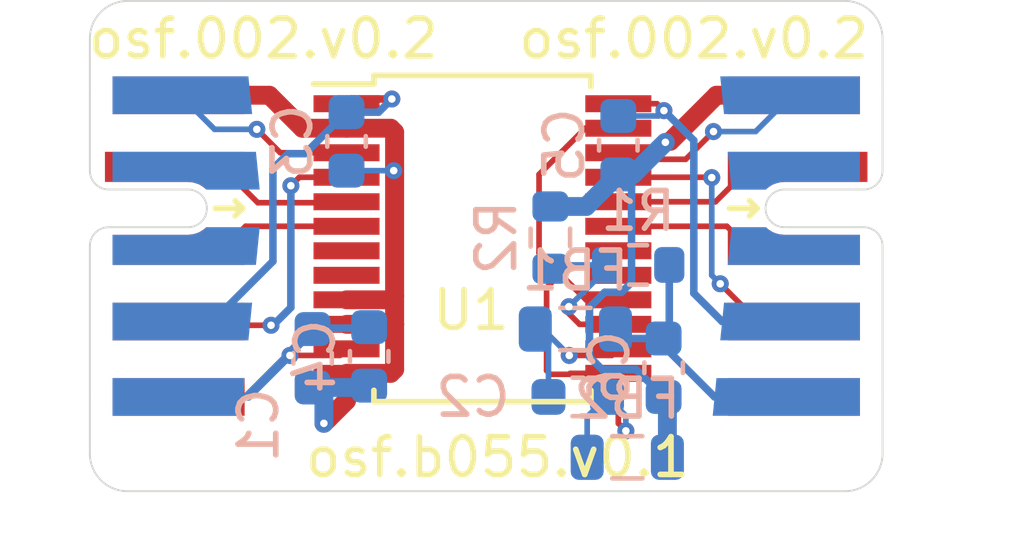
<source format=kicad_pcb>
(kicad_pcb (version 20171130) (host pcbnew "(5.1.10)-1")

  (general
    (thickness 1.6)
    (drawings 13)
    (tracks 171)
    (zones 0)
    (modules 13)
    (nets 18)
  )

  (page A4)
  (layers
    (0 F.Cu signal)
    (31 B.Cu signal)
    (32 B.Adhes user)
    (33 F.Adhes user)
    (34 B.Paste user)
    (35 F.Paste user)
    (36 B.SilkS user)
    (37 F.SilkS user)
    (38 B.Mask user)
    (39 F.Mask user)
    (40 Dwgs.User user)
    (41 Cmts.User user)
    (42 Eco1.User user)
    (43 Eco2.User user)
    (44 Edge.Cuts user)
    (45 Margin user)
    (46 B.CrtYd user)
    (47 F.CrtYd user)
    (48 B.Fab user)
    (49 F.Fab user)
  )

  (setup
    (last_trace_width 0.2)
    (user_trace_width 0.2)
    (user_trace_width 0.5)
    (trace_clearance 0.15)
    (zone_clearance 0.4)
    (zone_45_only no)
    (trace_min 0.15)
    (via_size 0.45)
    (via_drill 0.2)
    (via_min_size 0.45)
    (via_min_drill 0.2)
    (uvia_size 0.3)
    (uvia_drill 0.1)
    (uvias_allowed no)
    (uvia_min_size 0.2)
    (uvia_min_drill 0.1)
    (edge_width 0.05)
    (segment_width 0.2)
    (pcb_text_width 0.3)
    (pcb_text_size 1.5 1.5)
    (mod_edge_width 0.12)
    (mod_text_size 1 1)
    (mod_text_width 0.15)
    (pad_size 1.524 1.524)
    (pad_drill 0.762)
    (pad_to_mask_clearance 0.04)
    (solder_mask_min_width 0.1)
    (aux_axis_origin 0 0)
    (visible_elements 7FFFFFFF)
    (pcbplotparams
      (layerselection 0x010fc_ffffffff)
      (usegerberextensions false)
      (usegerberattributes false)
      (usegerberadvancedattributes false)
      (creategerberjobfile false)
      (excludeedgelayer true)
      (linewidth 0.100000)
      (plotframeref false)
      (viasonmask false)
      (mode 1)
      (useauxorigin false)
      (hpglpennumber 1)
      (hpglpenspeed 20)
      (hpglpendiameter 15.000000)
      (psnegative false)
      (psa4output false)
      (plotreference true)
      (plotvalue true)
      (plotinvisibletext false)
      (padsonsilk false)
      (subtractmaskfromsilk false)
      (outputformat 1)
      (mirror false)
      (drillshape 0)
      (scaleselection 1)
      (outputdirectory "gerber"))
  )

  (net 0 "")
  (net 1 /isolator/GND1)
  (net 2 /isolator/VDD1)
  (net 3 /isolator/GND2)
  (net 4 /isolator/VDD2)
  (net 5 /isolator/ISDI)
  (net 6 /isolator/OSDO)
  (net 7 /isolator/ICS)
  (net 8 /isolator/ISCLK)
  (net 9 /isolator/OSDI)
  (net 10 /isolator/ISDO)
  (net 11 /isolator/OSCLK)
  (net 12 /isolator/OCS)
  (net 13 /isolator/VDDP)
  (net 14 "Net-(C2-Pad2)")
  (net 15 "Net-(C2-Pad1)")
  (net 16 /isolator/VISO)
  (net 17 "Net-(R1-Pad2)")

  (net_class Default "This is the default net class."
    (clearance 0.15)
    (trace_width 0.15)
    (via_dia 0.45)
    (via_drill 0.2)
    (uvia_dia 0.3)
    (uvia_drill 0.1)
    (add_net /isolator/GND1)
    (add_net /isolator/GND2)
    (add_net /isolator/ICS)
    (add_net /isolator/ISCLK)
    (add_net /isolator/ISDI)
    (add_net /isolator/ISDO)
    (add_net /isolator/OCS)
    (add_net /isolator/OSCLK)
    (add_net /isolator/OSDI)
    (add_net /isolator/OSDO)
    (add_net /isolator/VDD1)
    (add_net /isolator/VDD2)
    (add_net /isolator/VDDP)
    (add_net /isolator/VISO)
    (add_net "Net-(C2-Pad1)")
    (add_net "Net-(C2-Pad2)")
    (add_net "Net-(R1-Pad2)")
  )

  (module Resistor_SMD:R_0603_1608Metric (layer B.Cu) (tedit 5F68FEEE) (tstamp 6116744A)
    (at 89.2 80.275 270)
    (descr "Resistor SMD 0603 (1608 Metric), square (rectangular) end terminal, IPC_7351 nominal, (Body size source: IPC-SM-782 page 72, https://www.pcb-3d.com/wordpress/wp-content/uploads/ipc-sm-782a_amendment_1_and_2.pdf), generated with kicad-footprint-generator")
    (tags resistor)
    (path /6083C3A8/611770DF)
    (attr smd)
    (fp_text reference R2 (at 0 1.43 90) (layer B.SilkS)
      (effects (font (size 1 1) (thickness 0.15)) (justify mirror))
    )
    (fp_text value 10k (at 0 -1.43 90) (layer B.Fab)
      (effects (font (size 1 1) (thickness 0.15)) (justify mirror))
    )
    (fp_line (start 1.48 -0.73) (end -1.48 -0.73) (layer B.CrtYd) (width 0.05))
    (fp_line (start 1.48 0.73) (end 1.48 -0.73) (layer B.CrtYd) (width 0.05))
    (fp_line (start -1.48 0.73) (end 1.48 0.73) (layer B.CrtYd) (width 0.05))
    (fp_line (start -1.48 -0.73) (end -1.48 0.73) (layer B.CrtYd) (width 0.05))
    (fp_line (start -0.237258 -0.5225) (end 0.237258 -0.5225) (layer B.SilkS) (width 0.12))
    (fp_line (start -0.237258 0.5225) (end 0.237258 0.5225) (layer B.SilkS) (width 0.12))
    (fp_line (start 0.8 -0.4125) (end -0.8 -0.4125) (layer B.Fab) (width 0.1))
    (fp_line (start 0.8 0.4125) (end 0.8 -0.4125) (layer B.Fab) (width 0.1))
    (fp_line (start -0.8 0.4125) (end 0.8 0.4125) (layer B.Fab) (width 0.1))
    (fp_line (start -0.8 -0.4125) (end -0.8 0.4125) (layer B.Fab) (width 0.1))
    (fp_text user %R (at 0 0 90) (layer B.Fab)
      (effects (font (size 0.4 0.4) (thickness 0.06)) (justify mirror))
    )
    (pad 2 smd roundrect (at 0.825 0 270) (size 0.8 0.95) (layers B.Cu B.Paste B.Mask) (roundrect_rratio 0.25)
      (net 17 "Net-(R1-Pad2)"))
    (pad 1 smd roundrect (at -0.825 0 270) (size 0.8 0.95) (layers B.Cu B.Paste B.Mask) (roundrect_rratio 0.25)
      (net 3 /isolator/GND2))
    (model ${KISYS3DMOD}/Resistor_SMD.3dshapes/R_0603_1608Metric.wrl
      (at (xyz 0 0 0))
      (scale (xyz 1 1 1))
      (rotate (xyz 0 0 0))
    )
  )

  (module Resistor_SMD:R_0603_1608Metric (layer B.Cu) (tedit 5F68FEEE) (tstamp 61167439)
    (at 91.525 81 180)
    (descr "Resistor SMD 0603 (1608 Metric), square (rectangular) end terminal, IPC_7351 nominal, (Body size source: IPC-SM-782 page 72, https://www.pcb-3d.com/wordpress/wp-content/uploads/ipc-sm-782a_amendment_1_and_2.pdf), generated with kicad-footprint-generator")
    (tags resistor)
    (path /6083C3A8/61177571)
    (attr smd)
    (fp_text reference R1 (at 0 1.43) (layer B.SilkS)
      (effects (font (size 1 1) (thickness 0.15)) (justify mirror))
    )
    (fp_text value 16.9k (at 0 -1.43) (layer B.Fab)
      (effects (font (size 1 1) (thickness 0.15)) (justify mirror))
    )
    (fp_line (start 1.48 -0.73) (end -1.48 -0.73) (layer B.CrtYd) (width 0.05))
    (fp_line (start 1.48 0.73) (end 1.48 -0.73) (layer B.CrtYd) (width 0.05))
    (fp_line (start -1.48 0.73) (end 1.48 0.73) (layer B.CrtYd) (width 0.05))
    (fp_line (start -1.48 -0.73) (end -1.48 0.73) (layer B.CrtYd) (width 0.05))
    (fp_line (start -0.237258 -0.5225) (end 0.237258 -0.5225) (layer B.SilkS) (width 0.12))
    (fp_line (start -0.237258 0.5225) (end 0.237258 0.5225) (layer B.SilkS) (width 0.12))
    (fp_line (start 0.8 -0.4125) (end -0.8 -0.4125) (layer B.Fab) (width 0.1))
    (fp_line (start 0.8 0.4125) (end 0.8 -0.4125) (layer B.Fab) (width 0.1))
    (fp_line (start -0.8 0.4125) (end 0.8 0.4125) (layer B.Fab) (width 0.1))
    (fp_line (start -0.8 -0.4125) (end -0.8 0.4125) (layer B.Fab) (width 0.1))
    (fp_text user %R (at 0 0) (layer B.Fab)
      (effects (font (size 0.4 0.4) (thickness 0.06)) (justify mirror))
    )
    (pad 2 smd roundrect (at 0.825 0 180) (size 0.8 0.95) (layers B.Cu B.Paste B.Mask) (roundrect_rratio 0.25)
      (net 17 "Net-(R1-Pad2)"))
    (pad 1 smd roundrect (at -0.825 0 180) (size 0.8 0.95) (layers B.Cu B.Paste B.Mask) (roundrect_rratio 0.25)
      (net 16 /isolator/VISO))
    (model ${KISYS3DMOD}/Resistor_SMD.3dshapes/R_0603_1608Metric.wrl
      (at (xyz 0 0 0))
      (scale (xyz 1 1 1))
      (rotate (xyz 0 0 0))
    )
  )

  (module Package_SO:SSOP-24_5.3x8.2mm_P0.65mm (layer F.Cu) (tedit 5A02F25C) (tstamp 61166B51)
    (at 87.4 80.3)
    (descr "24-Lead Plastic Shrink Small Outline (SS)-5.30 mm Body [SSOP] (see Microchip Packaging Specification 00000049BS.pdf)")
    (tags "SSOP 0.65")
    (path /6083C3A8/611647CE)
    (attr smd)
    (fp_text reference U1 (at -0.3 1.9) (layer F.SilkS)
      (effects (font (size 1 1) (thickness 0.15)))
    )
    (fp_text value ADuM5411 (at 0 5.25) (layer F.Fab)
      (effects (font (size 1 1) (thickness 0.15)))
    )
    (fp_line (start -2.875 -4.1) (end -4.475 -4.1) (layer F.SilkS) (width 0.15))
    (fp_line (start -2.875 4.325) (end 2.875 4.325) (layer F.SilkS) (width 0.15))
    (fp_line (start -2.875 -4.325) (end 2.875 -4.325) (layer F.SilkS) (width 0.15))
    (fp_line (start -2.875 4.325) (end -2.875 4.025) (layer F.SilkS) (width 0.15))
    (fp_line (start 2.875 4.325) (end 2.875 4.025) (layer F.SilkS) (width 0.15))
    (fp_line (start 2.875 -4.325) (end 2.875 -4.025) (layer F.SilkS) (width 0.15))
    (fp_line (start -2.875 -4.325) (end -2.875 -4.1) (layer F.SilkS) (width 0.15))
    (fp_line (start -4.75 4.5) (end 4.75 4.5) (layer F.CrtYd) (width 0.05))
    (fp_line (start -4.75 -4.5) (end 4.75 -4.5) (layer F.CrtYd) (width 0.05))
    (fp_line (start 4.75 -4.5) (end 4.75 4.5) (layer F.CrtYd) (width 0.05))
    (fp_line (start -4.75 -4.5) (end -4.75 4.5) (layer F.CrtYd) (width 0.05))
    (fp_line (start -2.65 -3.1) (end -1.65 -4.1) (layer F.Fab) (width 0.15))
    (fp_line (start -2.65 4.1) (end -2.65 -3.1) (layer F.Fab) (width 0.15))
    (fp_line (start 2.65 4.1) (end -2.65 4.1) (layer F.Fab) (width 0.15))
    (fp_line (start 2.65 -4.1) (end 2.65 4.1) (layer F.Fab) (width 0.15))
    (fp_line (start -1.65 -4.1) (end 2.65 -4.1) (layer F.Fab) (width 0.15))
    (fp_text user %R (at 0 0) (layer F.Fab)
      (effects (font (size 0.8 0.8) (thickness 0.15)))
    )
    (pad 24 smd rect (at 3.6 -3.575) (size 1.75 0.45) (layers F.Cu F.Paste F.Mask)
      (net 4 /isolator/VDD2))
    (pad 23 smd rect (at 3.6 -2.925) (size 1.75 0.45) (layers F.Cu F.Paste F.Mask)
      (net 14 "Net-(C2-Pad2)"))
    (pad 22 smd rect (at 3.6 -2.275) (size 1.75 0.45) (layers F.Cu F.Paste F.Mask)
      (net 12 /isolator/OCS))
    (pad 21 smd rect (at 3.6 -1.625) (size 1.75 0.45) (layers F.Cu F.Paste F.Mask)
      (net 11 /isolator/OSCLK))
    (pad 20 smd rect (at 3.6 -0.975) (size 1.75 0.45) (layers F.Cu F.Paste F.Mask)
      (net 9 /isolator/OSDI))
    (pad 19 smd rect (at 3.6 -0.325) (size 1.75 0.45) (layers F.Cu F.Paste F.Mask)
      (net 10 /isolator/ISDO))
    (pad 18 smd rect (at 3.6 0.325) (size 1.75 0.45) (layers F.Cu F.Paste F.Mask))
    (pad 17 smd rect (at 3.6 0.975) (size 1.75 0.45) (layers F.Cu F.Paste F.Mask))
    (pad 16 smd rect (at 3.6 1.625) (size 1.75 0.45) (layers F.Cu F.Paste F.Mask)
      (net 14 "Net-(C2-Pad2)"))
    (pad 15 smd rect (at 3.6 2.275) (size 1.75 0.45) (layers F.Cu F.Paste F.Mask)
      (net 17 "Net-(R1-Pad2)"))
    (pad 14 smd rect (at 3.6 2.925) (size 1.75 0.45) (layers F.Cu F.Paste F.Mask)
      (net 15 "Net-(C2-Pad1)"))
    (pad 13 smd rect (at 3.6 3.575) (size 1.75 0.45) (layers F.Cu F.Paste F.Mask)
      (net 14 "Net-(C2-Pad2)"))
    (pad 12 smd rect (at -3.6 3.575) (size 1.75 0.45) (layers F.Cu F.Paste F.Mask)
      (net 1 /isolator/GND1))
    (pad 11 smd rect (at -3.6 2.925) (size 1.75 0.45) (layers F.Cu F.Paste F.Mask)
      (net 13 /isolator/VDDP))
    (pad 10 smd rect (at -3.6 2.275) (size 1.75 0.45) (layers F.Cu F.Paste F.Mask)
      (net 1 /isolator/GND1))
    (pad 9 smd rect (at -3.6 1.625) (size 1.75 0.45) (layers F.Cu F.Paste F.Mask)
      (net 1 /isolator/GND1))
    (pad 8 smd rect (at -3.6 0.975) (size 1.75 0.45) (layers F.Cu F.Paste F.Mask))
    (pad 7 smd rect (at -3.6 0.325) (size 1.75 0.45) (layers F.Cu F.Paste F.Mask))
    (pad 6 smd rect (at -3.6 -0.325) (size 1.75 0.45) (layers F.Cu F.Paste F.Mask)
      (net 6 /isolator/OSDO))
    (pad 5 smd rect (at -3.6 -0.975) (size 1.75 0.45) (layers F.Cu F.Paste F.Mask)
      (net 5 /isolator/ISDI))
    (pad 4 smd rect (at -3.6 -1.625) (size 1.75 0.45) (layers F.Cu F.Paste F.Mask)
      (net 8 /isolator/ISCLK))
    (pad 3 smd rect (at -3.6 -2.275) (size 1.75 0.45) (layers F.Cu F.Paste F.Mask)
      (net 7 /isolator/ICS))
    (pad 2 smd rect (at -3.6 -2.925) (size 1.75 0.45) (layers F.Cu F.Paste F.Mask)
      (net 1 /isolator/GND1))
    (pad 1 smd rect (at -3.6 -3.575) (size 1.75 0.45) (layers F.Cu F.Paste F.Mask)
      (net 2 /isolator/VDD1))
    (model ${KISYS3DMOD}/Package_SO.3dshapes/SSOP-24_5.3x8.2mm_P0.65mm.wrl
      (at (xyz 0 0 0))
      (scale (xyz 1 1 1))
      (rotate (xyz 0 0 0))
    )
  )

  (module Inductor_SMD:L_0805_2012Metric (layer B.Cu) (tedit 5F68FEF0) (tstamp 61166AA8)
    (at 91.2375 86.1 180)
    (descr "Inductor SMD 0805 (2012 Metric), square (rectangular) end terminal, IPC_7351 nominal, (Body size source: IPC-SM-782 page 80, https://www.pcb-3d.com/wordpress/wp-content/uploads/ipc-sm-782a_amendment_1_and_2.pdf), generated with kicad-footprint-generator")
    (tags inductor)
    (path /6083C3A8/6116A5A9)
    (attr smd)
    (fp_text reference FB2 (at 0 1.55) (layer B.SilkS)
      (effects (font (size 1 1) (thickness 0.15)) (justify mirror))
    )
    (fp_text value 0R (at 0 -1.55) (layer B.Fab)
      (effects (font (size 1 1) (thickness 0.15)) (justify mirror))
    )
    (fp_line (start 1.75 -0.85) (end -1.75 -0.85) (layer B.CrtYd) (width 0.05))
    (fp_line (start 1.75 0.85) (end 1.75 -0.85) (layer B.CrtYd) (width 0.05))
    (fp_line (start -1.75 0.85) (end 1.75 0.85) (layer B.CrtYd) (width 0.05))
    (fp_line (start -1.75 -0.85) (end -1.75 0.85) (layer B.CrtYd) (width 0.05))
    (fp_line (start -0.399622 -0.56) (end 0.399622 -0.56) (layer B.SilkS) (width 0.12))
    (fp_line (start -0.399622 0.56) (end 0.399622 0.56) (layer B.SilkS) (width 0.12))
    (fp_line (start 1 -0.45) (end -1 -0.45) (layer B.Fab) (width 0.1))
    (fp_line (start 1 0.45) (end 1 -0.45) (layer B.Fab) (width 0.1))
    (fp_line (start -1 0.45) (end 1 0.45) (layer B.Fab) (width 0.1))
    (fp_line (start -1 -0.45) (end -1 0.45) (layer B.Fab) (width 0.1))
    (fp_text user %R (at 0 0) (layer B.Fab)
      (effects (font (size 0.5 0.5) (thickness 0.08)) (justify mirror))
    )
    (pad 2 smd roundrect (at 1.0625 0 180) (size 0.875 1.2) (layers B.Cu B.Paste B.Mask) (roundrect_rratio 0.25)
      (net 14 "Net-(C2-Pad2)"))
    (pad 1 smd roundrect (at -1.0625 0 180) (size 0.875 1.2) (layers B.Cu B.Paste B.Mask) (roundrect_rratio 0.25)
      (net 3 /isolator/GND2))
    (model ${KISYS3DMOD}/Inductor_SMD.3dshapes/L_0805_2012Metric.wrl
      (at (xyz 0 0 0))
      (scale (xyz 1 1 1))
      (rotate (xyz 0 0 0))
    )
  )

  (module Inductor_SMD:L_0805_2012Metric (layer B.Cu) (tedit 5F68FEF0) (tstamp 61166A97)
    (at 89.8625 82.7 180)
    (descr "Inductor SMD 0805 (2012 Metric), square (rectangular) end terminal, IPC_7351 nominal, (Body size source: IPC-SM-782 page 80, https://www.pcb-3d.com/wordpress/wp-content/uploads/ipc-sm-782a_amendment_1_and_2.pdf), generated with kicad-footprint-generator")
    (tags inductor)
    (path /6083C3A8/61169D0D)
    (attr smd)
    (fp_text reference FB1 (at 0 1.55) (layer B.SilkS)
      (effects (font (size 1 1) (thickness 0.15)) (justify mirror))
    )
    (fp_text value 0R (at 0 -1.55) (layer B.Fab)
      (effects (font (size 1 1) (thickness 0.15)) (justify mirror))
    )
    (fp_line (start 1.75 -0.85) (end -1.75 -0.85) (layer B.CrtYd) (width 0.05))
    (fp_line (start 1.75 0.85) (end 1.75 -0.85) (layer B.CrtYd) (width 0.05))
    (fp_line (start -1.75 0.85) (end 1.75 0.85) (layer B.CrtYd) (width 0.05))
    (fp_line (start -1.75 -0.85) (end -1.75 0.85) (layer B.CrtYd) (width 0.05))
    (fp_line (start -0.399622 -0.56) (end 0.399622 -0.56) (layer B.SilkS) (width 0.12))
    (fp_line (start -0.399622 0.56) (end 0.399622 0.56) (layer B.SilkS) (width 0.12))
    (fp_line (start 1 -0.45) (end -1 -0.45) (layer B.Fab) (width 0.1))
    (fp_line (start 1 0.45) (end 1 -0.45) (layer B.Fab) (width 0.1))
    (fp_line (start -1 0.45) (end 1 0.45) (layer B.Fab) (width 0.1))
    (fp_line (start -1 -0.45) (end -1 0.45) (layer B.Fab) (width 0.1))
    (fp_text user %R (at 0 0) (layer B.Fab)
      (effects (font (size 0.5 0.5) (thickness 0.08)) (justify mirror))
    )
    (pad 2 smd roundrect (at 1.0625 0 180) (size 0.875 1.2) (layers B.Cu B.Paste B.Mask) (roundrect_rratio 0.25)
      (net 15 "Net-(C2-Pad1)"))
    (pad 1 smd roundrect (at -1.0625 0 180) (size 0.875 1.2) (layers B.Cu B.Paste B.Mask) (roundrect_rratio 0.25)
      (net 16 /isolator/VISO))
    (model ${KISYS3DMOD}/Inductor_SMD.3dshapes/L_0805_2012Metric.wrl
      (at (xyz 0 0 0))
      (scale (xyz 1 1 1))
      (rotate (xyz 0 0 0))
    )
  )

  (module Capacitor_SMD:C_0603_1608Metric (layer B.Cu) (tedit 5F68FEEE) (tstamp 61166A86)
    (at 92.2 83.725 270)
    (descr "Capacitor SMD 0603 (1608 Metric), square (rectangular) end terminal, IPC_7351 nominal, (Body size source: IPC-SM-782 page 76, https://www.pcb-3d.com/wordpress/wp-content/uploads/ipc-sm-782a_amendment_1_and_2.pdf), generated with kicad-footprint-generator")
    (tags capacitor)
    (path /6083C3A8/61168B14)
    (attr smd)
    (fp_text reference C6 (at 0 1.43 90) (layer B.SilkS)
      (effects (font (size 1 1) (thickness 0.15)) (justify mirror))
    )
    (fp_text value 10uF (at 0 -1.43 90) (layer B.Fab)
      (effects (font (size 1 1) (thickness 0.15)) (justify mirror))
    )
    (fp_line (start 1.48 -0.73) (end -1.48 -0.73) (layer B.CrtYd) (width 0.05))
    (fp_line (start 1.48 0.73) (end 1.48 -0.73) (layer B.CrtYd) (width 0.05))
    (fp_line (start -1.48 0.73) (end 1.48 0.73) (layer B.CrtYd) (width 0.05))
    (fp_line (start -1.48 -0.73) (end -1.48 0.73) (layer B.CrtYd) (width 0.05))
    (fp_line (start -0.14058 -0.51) (end 0.14058 -0.51) (layer B.SilkS) (width 0.12))
    (fp_line (start -0.14058 0.51) (end 0.14058 0.51) (layer B.SilkS) (width 0.12))
    (fp_line (start 0.8 -0.4) (end -0.8 -0.4) (layer B.Fab) (width 0.1))
    (fp_line (start 0.8 0.4) (end 0.8 -0.4) (layer B.Fab) (width 0.1))
    (fp_line (start -0.8 0.4) (end 0.8 0.4) (layer B.Fab) (width 0.1))
    (fp_line (start -0.8 -0.4) (end -0.8 0.4) (layer B.Fab) (width 0.1))
    (fp_text user %R (at 0 0 90) (layer B.Fab)
      (effects (font (size 0.4 0.4) (thickness 0.06)) (justify mirror))
    )
    (pad 2 smd roundrect (at 0.775 0 270) (size 0.9 0.95) (layers B.Cu B.Paste B.Mask) (roundrect_rratio 0.25)
      (net 3 /isolator/GND2))
    (pad 1 smd roundrect (at -0.775 0 270) (size 0.9 0.95) (layers B.Cu B.Paste B.Mask) (roundrect_rratio 0.25)
      (net 16 /isolator/VISO))
    (model ${KISYS3DMOD}/Capacitor_SMD.3dshapes/C_0603_1608Metric.wrl
      (at (xyz 0 0 0))
      (scale (xyz 1 1 1))
      (rotate (xyz 0 0 0))
    )
  )

  (module Capacitor_SMD:C_0603_1608Metric (layer B.Cu) (tedit 5F68FEEE) (tstamp 61166A75)
    (at 91 77.825 270)
    (descr "Capacitor SMD 0603 (1608 Metric), square (rectangular) end terminal, IPC_7351 nominal, (Body size source: IPC-SM-782 page 76, https://www.pcb-3d.com/wordpress/wp-content/uploads/ipc-sm-782a_amendment_1_and_2.pdf), generated with kicad-footprint-generator")
    (tags capacitor)
    (path /6083C3A8/6116EC9E)
    (attr smd)
    (fp_text reference C5 (at 0 1.43 90) (layer B.SilkS)
      (effects (font (size 1 1) (thickness 0.15)) (justify mirror))
    )
    (fp_text value 100nF (at 0 -1.43 90) (layer B.Fab)
      (effects (font (size 1 1) (thickness 0.15)) (justify mirror))
    )
    (fp_line (start 1.48 -0.73) (end -1.48 -0.73) (layer B.CrtYd) (width 0.05))
    (fp_line (start 1.48 0.73) (end 1.48 -0.73) (layer B.CrtYd) (width 0.05))
    (fp_line (start -1.48 0.73) (end 1.48 0.73) (layer B.CrtYd) (width 0.05))
    (fp_line (start -1.48 -0.73) (end -1.48 0.73) (layer B.CrtYd) (width 0.05))
    (fp_line (start -0.14058 -0.51) (end 0.14058 -0.51) (layer B.SilkS) (width 0.12))
    (fp_line (start -0.14058 0.51) (end 0.14058 0.51) (layer B.SilkS) (width 0.12))
    (fp_line (start 0.8 -0.4) (end -0.8 -0.4) (layer B.Fab) (width 0.1))
    (fp_line (start 0.8 0.4) (end 0.8 -0.4) (layer B.Fab) (width 0.1))
    (fp_line (start -0.8 0.4) (end 0.8 0.4) (layer B.Fab) (width 0.1))
    (fp_line (start -0.8 -0.4) (end -0.8 0.4) (layer B.Fab) (width 0.1))
    (fp_text user %R (at 0 0 90) (layer B.Fab)
      (effects (font (size 0.4 0.4) (thickness 0.06)) (justify mirror))
    )
    (pad 2 smd roundrect (at 0.775 0 270) (size 0.9 0.95) (layers B.Cu B.Paste B.Mask) (roundrect_rratio 0.25)
      (net 3 /isolator/GND2))
    (pad 1 smd roundrect (at -0.775 0 270) (size 0.9 0.95) (layers B.Cu B.Paste B.Mask) (roundrect_rratio 0.25)
      (net 4 /isolator/VDD2))
    (model ${KISYS3DMOD}/Capacitor_SMD.3dshapes/C_0603_1608Metric.wrl
      (at (xyz 0 0 0))
      (scale (xyz 1 1 1))
      (rotate (xyz 0 0 0))
    )
  )

  (module Capacitor_SMD:C_0603_1608Metric (layer B.Cu) (tedit 5F68FEEE) (tstamp 61166A64)
    (at 84.4 83.425 270)
    (descr "Capacitor SMD 0603 (1608 Metric), square (rectangular) end terminal, IPC_7351 nominal, (Body size source: IPC-SM-782 page 76, https://www.pcb-3d.com/wordpress/wp-content/uploads/ipc-sm-782a_amendment_1_and_2.pdf), generated with kicad-footprint-generator")
    (tags capacitor)
    (path /6083C3A8/611702C0)
    (attr smd)
    (fp_text reference C4 (at 0 1.43 90) (layer B.SilkS)
      (effects (font (size 1 1) (thickness 0.15)) (justify mirror))
    )
    (fp_text value 100nF (at 0 -1.43 90) (layer B.Fab)
      (effects (font (size 1 1) (thickness 0.15)) (justify mirror))
    )
    (fp_line (start 1.48 -0.73) (end -1.48 -0.73) (layer B.CrtYd) (width 0.05))
    (fp_line (start 1.48 0.73) (end 1.48 -0.73) (layer B.CrtYd) (width 0.05))
    (fp_line (start -1.48 0.73) (end 1.48 0.73) (layer B.CrtYd) (width 0.05))
    (fp_line (start -1.48 -0.73) (end -1.48 0.73) (layer B.CrtYd) (width 0.05))
    (fp_line (start -0.14058 -0.51) (end 0.14058 -0.51) (layer B.SilkS) (width 0.12))
    (fp_line (start -0.14058 0.51) (end 0.14058 0.51) (layer B.SilkS) (width 0.12))
    (fp_line (start 0.8 -0.4) (end -0.8 -0.4) (layer B.Fab) (width 0.1))
    (fp_line (start 0.8 0.4) (end 0.8 -0.4) (layer B.Fab) (width 0.1))
    (fp_line (start -0.8 0.4) (end 0.8 0.4) (layer B.Fab) (width 0.1))
    (fp_line (start -0.8 -0.4) (end -0.8 0.4) (layer B.Fab) (width 0.1))
    (fp_text user %R (at 0 0 90) (layer B.Fab)
      (effects (font (size 0.4 0.4) (thickness 0.06)) (justify mirror))
    )
    (pad 2 smd roundrect (at 0.775 0 270) (size 0.9 0.95) (layers B.Cu B.Paste B.Mask) (roundrect_rratio 0.25)
      (net 1 /isolator/GND1))
    (pad 1 smd roundrect (at -0.775 0 270) (size 0.9 0.95) (layers B.Cu B.Paste B.Mask) (roundrect_rratio 0.25)
      (net 13 /isolator/VDDP))
    (model ${KISYS3DMOD}/Capacitor_SMD.3dshapes/C_0603_1608Metric.wrl
      (at (xyz 0 0 0))
      (scale (xyz 1 1 1))
      (rotate (xyz 0 0 0))
    )
  )

  (module Capacitor_SMD:C_0603_1608Metric (layer B.Cu) (tedit 5F68FEEE) (tstamp 61166A53)
    (at 83.8 77.725 270)
    (descr "Capacitor SMD 0603 (1608 Metric), square (rectangular) end terminal, IPC_7351 nominal, (Body size source: IPC-SM-782 page 76, https://www.pcb-3d.com/wordpress/wp-content/uploads/ipc-sm-782a_amendment_1_and_2.pdf), generated with kicad-footprint-generator")
    (tags capacitor)
    (path /6083C3A8/6116C9F2)
    (attr smd)
    (fp_text reference C3 (at 0 1.43 90) (layer B.SilkS)
      (effects (font (size 1 1) (thickness 0.15)) (justify mirror))
    )
    (fp_text value 100nF (at 0 -1.43 90) (layer B.Fab)
      (effects (font (size 1 1) (thickness 0.15)) (justify mirror))
    )
    (fp_line (start 1.48 -0.73) (end -1.48 -0.73) (layer B.CrtYd) (width 0.05))
    (fp_line (start 1.48 0.73) (end 1.48 -0.73) (layer B.CrtYd) (width 0.05))
    (fp_line (start -1.48 0.73) (end 1.48 0.73) (layer B.CrtYd) (width 0.05))
    (fp_line (start -1.48 -0.73) (end -1.48 0.73) (layer B.CrtYd) (width 0.05))
    (fp_line (start -0.14058 -0.51) (end 0.14058 -0.51) (layer B.SilkS) (width 0.12))
    (fp_line (start -0.14058 0.51) (end 0.14058 0.51) (layer B.SilkS) (width 0.12))
    (fp_line (start 0.8 -0.4) (end -0.8 -0.4) (layer B.Fab) (width 0.1))
    (fp_line (start 0.8 0.4) (end 0.8 -0.4) (layer B.Fab) (width 0.1))
    (fp_line (start -0.8 0.4) (end 0.8 0.4) (layer B.Fab) (width 0.1))
    (fp_line (start -0.8 -0.4) (end -0.8 0.4) (layer B.Fab) (width 0.1))
    (fp_text user %R (at 0 0 90) (layer B.Fab)
      (effects (font (size 0.4 0.4) (thickness 0.06)) (justify mirror))
    )
    (pad 2 smd roundrect (at 0.775 0 270) (size 0.9 0.95) (layers B.Cu B.Paste B.Mask) (roundrect_rratio 0.25)
      (net 1 /isolator/GND1))
    (pad 1 smd roundrect (at -0.775 0 270) (size 0.9 0.95) (layers B.Cu B.Paste B.Mask) (roundrect_rratio 0.25)
      (net 2 /isolator/VDD1))
    (model ${KISYS3DMOD}/Capacitor_SMD.3dshapes/C_0603_1608Metric.wrl
      (at (xyz 0 0 0))
      (scale (xyz 1 1 1))
      (rotate (xyz 0 0 0))
    )
  )

  (module on_edge:on_edge_2x05_host (layer F.Cu) (tedit 607DF692) (tstamp 60A14270)
    (at 98 80.5 270)
    (path /60A19C16)
    (attr virtual)
    (fp_text reference J2 (at 0.05 -3.2 180 unlocked) (layer F.Fab)
      (effects (font (size 0.5 0.5) (thickness 0.125)))
    )
    (fp_text value 001_I2C (at -1.2 -2 90) (layer F.Fab)
      (effects (font (size 1 1) (thickness 0.15)))
    )
    (fp_line (start 5 -0.5) (end 5 5) (layer B.CrtYd) (width 0.05))
    (fp_line (start -5 -0.5) (end 5 -0.5) (layer B.CrtYd) (width 0.05))
    (fp_line (start -5 5) (end -5 -0.5) (layer B.CrtYd) (width 0.05))
    (fp_line (start 5 5) (end -5 5) (layer B.CrtYd) (width 0.05))
    (fp_line (start -5 -0.5) (end -5 5) (layer F.CrtYd) (width 0.05))
    (fp_line (start 5 -0.5) (end -5 -0.5) (layer F.CrtYd) (width 0.05))
    (fp_line (start 5 5) (end 5 -0.5) (layer F.CrtYd) (width 0.05))
    (fp_line (start -5 5) (end 5 5) (layer F.CrtYd) (width 0.05))
    (fp_line (start 0 0) (end 4 0) (layer Edge.Cuts) (width 0.05))
    (fp_line (start -4 0) (end -2 0) (layer Edge.Cuts) (width 0.05))
    (fp_line (start -0.5 2.6) (end -0.5 0.5) (layer Edge.Cuts) (width 0.05))
    (fp_line (start -1.5 0.5) (end -1.5 2.6) (layer Edge.Cuts) (width 0.05))
    (fp_line (start -1 3.323) (end -1.2 3.523) (layer F.SilkS) (width 0.153))
    (fp_line (start -0.8 3.523) (end -1 3.323) (layer F.SilkS) (width 0.153))
    (fp_line (start -1 4.05) (end -1 3.323) (layer F.SilkS) (width 0.153))
    (fp_arc (start 0 0.5) (end 0 0) (angle -90) (layer Edge.Cuts) (width 0.05))
    (fp_arc (start -2 0.5) (end -1.5 0.5) (angle -90) (layer Edge.Cuts) (width 0.05))
    (fp_arc (start -1 2.6) (end -1.5 2.6) (angle -180) (layer Edge.Cuts) (width 0.05))
    (pad 2 smd custom (at -2 3.6 270) (size 1 1) (layers F.Cu F.Mask)
      (net 9 /isolator/OSDI) (zone_connect 0)
      (options (clearance outline) (anchor rect))
      (primitives
        (gr_poly (pts
           (xy 0.3 -0.99) (xy 0.31 -0.88) (xy 0.33 -0.8) (xy 0.35 -0.74) (xy 0.37 -0.69)
           (xy 0.4 -0.64) (xy 0.44 -0.58) (xy 0.48 -0.53) (xy 0.5 -0.51) (xy 0.5 0.5)
           (xy -0.5 0.5) (xy -0.5 -3.2) (xy 0.3 -3.2)) (width 0))
      ))
    (pad 3 smd custom (at 0 3.6 270) (size 1 1) (layers F.Cu F.Mask)
      (net 10 /isolator/ISDO) (zone_connect 0)
      (options (clearance outline) (anchor rect))
      (primitives
        (gr_poly (pts
           (xy -0.3 -0.99) (xy -0.31 -0.88) (xy -0.33 -0.8) (xy -0.35 -0.74) (xy -0.37 -0.69)
           (xy -0.4 -0.64) (xy -0.44 -0.58) (xy -0.48 -0.53) (xy -0.5 -0.51) (xy -0.5 0.5)
           (xy 0.5 0.5) (xy 0.5 -3) (xy -0.3 -3)) (width 0))
      ))
    (pad 8 smd custom (at 0 2.1 90) (size 0.4 0.4) (layers B.Cu B.Mask)
      (zone_connect 0)
      (options (clearance outline) (anchor rect))
      (primitives
        (gr_poly (pts
           (xy 0.3 -0.51) (xy 0.31 -0.62) (xy 0.33 -0.7) (xy 0.35 -0.76) (xy 0.37 -0.81)
           (xy 0.4 -0.86) (xy 0.44 -0.92) (xy 0.48 -0.97) (xy 0.5 -0.99) (xy 0.5 -1.9)
           (xy -0.5 -2) (xy -0.5 1.5) (xy 0.3 1.5)) (width 0))
      ))
    (pad 7 smd custom (at -2 2.1 90) (size 0.4 0.4) (layers B.Cu B.Mask)
      (zone_connect 0)
      (options (clearance outline) (anchor rect))
      (primitives
        (gr_poly (pts
           (xy -0.3 -0.51) (xy -0.31 -0.62) (xy -0.33 -0.7) (xy -0.35 -0.76) (xy -0.37 -0.81)
           (xy -0.4 -0.86) (xy -0.44 -0.92) (xy -0.48 -0.97) (xy -0.5 -0.99) (xy -0.5 -1.9)
           (xy 0.5 -2) (xy 0.5 1.5) (xy -0.3 1.5)) (width 0))
      ))
    (pad 4 smd rect (at 2 2.35 270) (size 1 3.5) (layers F.Cu F.Mask)
      (net 11 /isolator/OSCLK) (zone_connect 0))
    (pad 10 smd custom (at 4 2.5 90) (size 1 3.8) (layers B.Cu B.Mask)
      (net 16 /isolator/VISO) (zone_connect 0)
      (options (clearance outline) (anchor rect))
      (primitives
        (gr_poly (pts
           (xy 0.5 -1.9) (xy -0.5 -2) (xy -0.5 -1.9)) (width 0))
      ))
    (pad 9 smd custom (at 2 2.4 90) (size 1 3.6) (layers B.Cu B.Mask)
      (net 4 /isolator/VDD2) (zone_connect 0)
      (options (clearance outline) (anchor rect))
      (primitives
        (gr_poly (pts
           (xy 0.5 -1.8) (xy -0.5 -1.9) (xy -0.5 -1.8)) (width 0))
      ))
    (pad 6 smd custom (at -4 2.4 90) (size 1 3.6) (layers B.Cu B.Mask)
      (net 12 /isolator/OCS) (zone_connect 0)
      (options (clearance outline) (anchor rect))
      (primitives
        (gr_poly (pts
           (xy 0.5 -1.8) (xy 0.5 -1.9) (xy -0.5 -1.8)) (width 0))
      ))
    (pad 5 smd rect (at 4 2.35 270) (size 1 3.5) (layers F.Cu F.Mask)
      (zone_connect 0))
    (pad 1 smd rect (at -4 2.35 270) (size 1 3.5) (layers F.Cu F.Mask)
      (net 3 /isolator/GND2) (zone_connect 0))
  )

  (module on_edge:on_edge_2x05_device (layer F.Cu) (tedit 607DF540) (tstamp 60A14250)
    (at 77 80.5 270)
    (path /60A193FC)
    (attr virtual)
    (fp_text reference J1 (at 0 1.2 270 unlocked) (layer F.Fab)
      (effects (font (size 0.5 0.5) (thickness 0.05)))
    )
    (fp_text value 001_I2C (at 0 2 270 unlocked) (layer F.Fab)
      (effects (font (size 0.5 0.5) (thickness 0.05)))
    )
    (fp_line (start -1.5 -2.6) (end -1.5 -0.5) (layer Edge.Cuts) (width 0.05))
    (fp_line (start -0.5 -0.5) (end -0.5 -2.6) (layer Edge.Cuts) (width 0.05))
    (fp_line (start -1.2 -3.85) (end -1 -4.05) (layer F.SilkS) (width 0.153))
    (fp_line (start -1 -4.05) (end -0.8 -3.85) (layer F.SilkS) (width 0.153))
    (fp_line (start -1 -4.05) (end -1 -3.323) (layer F.SilkS) (width 0.153))
    (fp_line (start -4 0) (end -2 0) (layer Edge.Cuts) (width 0.05))
    (fp_line (start 0 0) (end 4 0) (layer Edge.Cuts) (width 0.05))
    (fp_line (start -5 -5) (end 5 -5) (layer F.CrtYd) (width 0.05))
    (fp_line (start 5 -5) (end 5 0.5) (layer F.CrtYd) (width 0.05))
    (fp_line (start 5 0.5) (end -5 0.5) (layer F.CrtYd) (width 0.05))
    (fp_line (start -5 0.5) (end -5 -5) (layer F.CrtYd) (width 0.05))
    (fp_line (start 5 -5) (end -5 -5) (layer B.CrtYd) (width 0.05))
    (fp_line (start -5 -5) (end -5 0.5) (layer B.CrtYd) (width 0.05))
    (fp_line (start -5 0.5) (end 5 0.5) (layer B.CrtYd) (width 0.05))
    (fp_line (start 5 0.5) (end 5 -5) (layer B.CrtYd) (width 0.05))
    (fp_arc (start -2 -0.5) (end -2 0) (angle -90) (layer Edge.Cuts) (width 0.05))
    (fp_arc (start 0 -0.5) (end -0.5 -0.5) (angle -90) (layer Edge.Cuts) (width 0.05))
    (fp_arc (start -1 -2.6) (end -0.5 -2.6) (angle -180) (layer Edge.Cuts) (width 0.05))
    (pad 2 smd custom (at -2 -3.6 270) (size 1 1) (layers F.Cu F.Mask)
      (net 5 /isolator/ISDI) (zone_connect 0)
      (options (clearance outline) (anchor rect))
      (primitives
        (gr_poly (pts
           (xy 0.3 1) (xy 0.31 0.89) (xy 0.33 0.81) (xy 0.35 0.75) (xy 0.37 0.7)
           (xy 0.4 0.65) (xy 0.44 0.59) (xy 0.48 0.54) (xy 0.5 0.52) (xy 0.5 -0.5)
           (xy -0.5 -0.5) (xy -0.5 3.2) (xy 0.3 3.2)) (width 0))
      ))
    (pad 3 smd custom (at 0 -3.6 270) (size 1 1) (layers F.Cu F.Mask)
      (net 6 /isolator/OSDO) (zone_connect 0)
      (options (clearance outline) (anchor rect))
      (primitives
        (gr_poly (pts
           (xy -0.3 1) (xy -0.31 0.89) (xy -0.33 0.81) (xy -0.35 0.75) (xy -0.37 0.7)
           (xy -0.4 0.65) (xy -0.44 0.59) (xy -0.48 0.54) (xy -0.5 0.52) (xy -0.5 -0.5)
           (xy 0.5 -0.5) (xy 0.5 3) (xy -0.3 3)) (width 0))
      ))
    (pad 8 smd custom (at 0 -2.1 270) (size 0.4 0.4) (layers B.Cu B.Mask)
      (zone_connect 0)
      (options (clearance outline) (anchor rect))
      (primitives
        (gr_poly (pts
           (xy -0.3 -0.51) (xy -0.31 -0.62) (xy -0.33 -0.7) (xy -0.35 -0.76) (xy -0.37 -0.81)
           (xy -0.4 -0.86) (xy -0.44 -0.92) (xy -0.48 -0.97) (xy -0.5 -0.99) (xy -0.5 -2.4)
           (xy 0.5 -2.3) (xy 0.5 1.5) (xy -0.3 1.5)) (width 0))
      ))
    (pad 7 smd custom (at -2 -2.1 270) (size 0.4 0.4) (layers B.Cu B.Mask)
      (zone_connect 0)
      (options (clearance outline) (anchor rect))
      (primitives
        (gr_poly (pts
           (xy 0.3 -0.51) (xy 0.31 -0.62) (xy 0.33 -0.7) (xy 0.35 -0.76) (xy 0.37 -0.81)
           (xy 0.4 -0.86) (xy 0.44 -0.92) (xy 0.48 -0.97) (xy 0.5 -0.99) (xy 0.5 -2.4)
           (xy -0.5 -2.3) (xy -0.5 1.5) (xy 0.3 1.5)) (width 0))
      ))
    (pad 10 smd custom (at 4 -2.3 270) (size 1 3.4) (layers B.Cu B.Mask)
      (net 13 /isolator/VDDP) (zone_connect 0)
      (options (clearance outline) (anchor rect))
      (primitives
        (gr_poly (pts
           (xy -0.5 -1.7) (xy -0.5 -1.8) (xy 0.5 -1.7)) (width 0))
      ))
    (pad 9 smd custom (at 2 -2.4 270) (size 1 3.6) (layers B.Cu B.Mask)
      (net 2 /isolator/VDD1) (zone_connect 0)
      (options (clearance outline) (anchor rect))
      (primitives
        (gr_poly (pts
           (xy -0.5 -1.8) (xy -0.5 -1.9) (xy 0.5 -1.8)) (width 0))
      ))
    (pad 6 smd custom (at -4 -2.4 270) (size 1 3.6) (layers B.Cu B.Mask)
      (net 7 /isolator/ICS) (zone_connect 0)
      (options (clearance outline) (anchor rect))
      (primitives
        (gr_poly (pts
           (xy 0.5 -1.8) (xy 0.5 -1.9) (xy -0.5 -1.8)) (width 0))
      ))
    (pad 5 smd rect (at 4 -2.35 90) (size 1 3.5) (layers F.Cu F.Mask)
      (zone_connect 0))
    (pad 1 smd rect (at -4 -2.35 90) (size 1 3.5) (layers F.Cu F.Mask)
      (net 1 /isolator/GND1) (zone_connect 0))
    (pad 4 smd rect (at 2 -2.35 90) (size 1 3.5) (layers F.Cu F.Mask)
      (net 8 /isolator/ISCLK) (zone_connect 0))
  )

  (module Capacitor_SMD:C_0603_1608Metric (layer B.Cu) (tedit 5F68FEEE) (tstamp 60A14230)
    (at 89.925 84.5)
    (descr "Capacitor SMD 0603 (1608 Metric), square (rectangular) end terminal, IPC_7351 nominal, (Body size source: IPC-SM-782 page 76, https://www.pcb-3d.com/wordpress/wp-content/uploads/ipc-sm-782a_amendment_1_and_2.pdf), generated with kicad-footprint-generator")
    (tags capacitor)
    (path /6083C3A8/60A186FC)
    (attr smd)
    (fp_text reference C2 (at -2.775 0) (layer B.SilkS)
      (effects (font (size 1 1) (thickness 0.15)) (justify mirror))
    )
    (fp_text value 100nF (at 0 -1.43) (layer B.Fab)
      (effects (font (size 1 1) (thickness 0.15)) (justify mirror))
    )
    (fp_line (start -0.8 -0.4) (end -0.8 0.4) (layer B.Fab) (width 0.1))
    (fp_line (start -0.8 0.4) (end 0.8 0.4) (layer B.Fab) (width 0.1))
    (fp_line (start 0.8 0.4) (end 0.8 -0.4) (layer B.Fab) (width 0.1))
    (fp_line (start 0.8 -0.4) (end -0.8 -0.4) (layer B.Fab) (width 0.1))
    (fp_line (start -0.14058 0.51) (end 0.14058 0.51) (layer B.SilkS) (width 0.12))
    (fp_line (start -0.14058 -0.51) (end 0.14058 -0.51) (layer B.SilkS) (width 0.12))
    (fp_line (start -1.48 -0.73) (end -1.48 0.73) (layer B.CrtYd) (width 0.05))
    (fp_line (start -1.48 0.73) (end 1.48 0.73) (layer B.CrtYd) (width 0.05))
    (fp_line (start 1.48 0.73) (end 1.48 -0.73) (layer B.CrtYd) (width 0.05))
    (fp_line (start 1.48 -0.73) (end -1.48 -0.73) (layer B.CrtYd) (width 0.05))
    (fp_text user %R (at 0 0) (layer B.Fab)
      (effects (font (size 0.4 0.4) (thickness 0.06)) (justify mirror))
    )
    (pad 2 smd roundrect (at 0.775 0) (size 0.9 0.95) (layers B.Cu B.Paste B.Mask) (roundrect_rratio 0.25)
      (net 14 "Net-(C2-Pad2)"))
    (pad 1 smd roundrect (at -0.775 0) (size 0.9 0.95) (layers B.Cu B.Paste B.Mask) (roundrect_rratio 0.25)
      (net 15 "Net-(C2-Pad1)"))
    (model ${KISYS3DMOD}/Capacitor_SMD.3dshapes/C_0603_1608Metric.wrl
      (at (xyz 0 0 0))
      (scale (xyz 1 1 1))
      (rotate (xyz 0 0 0))
    )
  )

  (module Capacitor_SMD:C_0603_1608Metric (layer B.Cu) (tedit 5F68FEEE) (tstamp 60A1421F)
    (at 82.9 83.475 270)
    (descr "Capacitor SMD 0603 (1608 Metric), square (rectangular) end terminal, IPC_7351 nominal, (Body size source: IPC-SM-782 page 76, https://www.pcb-3d.com/wordpress/wp-content/uploads/ipc-sm-782a_amendment_1_and_2.pdf), generated with kicad-footprint-generator")
    (tags capacitor)
    (path /6083C3A8/60A18186)
    (attr smd)
    (fp_text reference C1 (at 1.775 1.43 90) (layer B.SilkS)
      (effects (font (size 1 1) (thickness 0.15)) (justify mirror))
    )
    (fp_text value 10uF (at 0 -1.43 90) (layer B.Fab)
      (effects (font (size 1 1) (thickness 0.15)) (justify mirror))
    )
    (fp_line (start -0.8 -0.4) (end -0.8 0.4) (layer B.Fab) (width 0.1))
    (fp_line (start -0.8 0.4) (end 0.8 0.4) (layer B.Fab) (width 0.1))
    (fp_line (start 0.8 0.4) (end 0.8 -0.4) (layer B.Fab) (width 0.1))
    (fp_line (start 0.8 -0.4) (end -0.8 -0.4) (layer B.Fab) (width 0.1))
    (fp_line (start -0.14058 0.51) (end 0.14058 0.51) (layer B.SilkS) (width 0.12))
    (fp_line (start -0.14058 -0.51) (end 0.14058 -0.51) (layer B.SilkS) (width 0.12))
    (fp_line (start -1.48 -0.73) (end -1.48 0.73) (layer B.CrtYd) (width 0.05))
    (fp_line (start -1.48 0.73) (end 1.48 0.73) (layer B.CrtYd) (width 0.05))
    (fp_line (start 1.48 0.73) (end 1.48 -0.73) (layer B.CrtYd) (width 0.05))
    (fp_line (start 1.48 -0.73) (end -1.48 -0.73) (layer B.CrtYd) (width 0.05))
    (fp_text user %R (at 0 0 90) (layer B.Fab)
      (effects (font (size 0.4 0.4) (thickness 0.06)) (justify mirror))
    )
    (pad 2 smd roundrect (at 0.775 0 270) (size 0.9 0.95) (layers B.Cu B.Paste B.Mask) (roundrect_rratio 0.25)
      (net 1 /isolator/GND1))
    (pad 1 smd roundrect (at -0.775 0 270) (size 0.9 0.95) (layers B.Cu B.Paste B.Mask) (roundrect_rratio 0.25)
      (net 13 /isolator/VDDP))
    (model ${KISYS3DMOD}/Capacitor_SMD.3dshapes/C_0603_1608Metric.wrl
      (at (xyz 0 0 0))
      (scale (xyz 1 1 1))
      (rotate (xyz 0 0 0))
    )
  )

  (gr_text osf.002.v0.2 (at 93 75) (layer F.SilkS) (tstamp 60A15077)
    (effects (font (size 1 1) (thickness 0.15)))
  )
  (gr_text osf.002.v0.2 (at 81.6 75) (layer F.SilkS)
    (effects (font (size 1 1) (thickness 0.15)))
  )
  (gr_text osf.b055.v0.1 (at 87.8 86.1) (layer F.SilkS)
    (effects (font (size 1 1) (thickness 0.15)))
  )
  (gr_line (start 77 76.5) (end 77 75) (layer Edge.Cuts) (width 0.05) (tstamp 609CF599))
  (gr_line (start 98 76.5) (end 98 75) (layer Edge.Cuts) (width 0.05) (tstamp 6083D7CB))
  (gr_line (start 98 86) (end 98 84.5) (layer Edge.Cuts) (width 0.05))
  (gr_line (start 78 74) (end 97 74) (layer Edge.Cuts) (width 0.05) (tstamp 6083D74D))
  (gr_line (start 77 86) (end 77 84.5) (layer Edge.Cuts) (width 0.05) (tstamp 6083704E))
  (gr_line (start 97 87) (end 78 87) (layer Edge.Cuts) (width 0.05) (tstamp 6083704D))
  (gr_arc (start 78 86) (end 77 86) (angle -90) (layer Edge.Cuts) (width 0.05))
  (gr_arc (start 97 86) (end 97 87) (angle -90) (layer Edge.Cuts) (width 0.05))
  (gr_arc (start 78 75) (end 78 74) (angle -90) (layer Edge.Cuts) (width 0.05))
  (gr_arc (start 97 75) (end 98 75) (angle -90) (layer Edge.Cuts) (width 0.05))

  (via (at 83.2 85.2) (size 0.45) (drill 0.2) (layers F.Cu B.Cu) (net 1))
  (segment (start 84.825 83.875) (end 83.8 83.875) (width 0.15) (layer F.Cu) (net 1))
  (segment (start 84.900001 83.799999) (end 84.825 83.875) (width 0.15) (layer F.Cu) (net 1))
  (segment (start 84.825 81.925) (end 84.900001 82.000001) (width 0.15) (layer F.Cu) (net 1))
  (segment (start 84.825 82.575) (end 84.900001 82.499999) (width 0.15) (layer F.Cu) (net 1))
  (segment (start 83.8 82.575) (end 84.825 82.575) (width 0.15) (layer F.Cu) (net 1))
  (segment (start 84.900001 82.499999) (end 84.900001 83.799999) (width 0.15) (layer F.Cu) (net 1))
  (segment (start 84.900001 82.000001) (end 84.900001 82.499999) (width 0.15) (layer F.Cu) (net 1))
  (segment (start 84.900001 77.450001) (end 84.825 77.375) (width 0.15) (layer F.Cu) (net 1))
  (segment (start 84.900001 81.849999) (end 84.900001 77.450001) (width 0.15) (layer F.Cu) (net 1))
  (segment (start 84.825 77.375) (end 83.8 77.375) (width 0.15) (layer F.Cu) (net 1))
  (segment (start 84.825 81.925) (end 84.900001 81.849999) (width 0.15) (layer F.Cu) (net 1))
  (segment (start 83.8 81.925) (end 84.825 81.925) (width 0.15) (layer F.Cu) (net 1))
  (via (at 85.050002 78.5) (size 0.45) (drill 0.2) (layers F.Cu B.Cu) (net 1))
  (segment (start 83.8 78.5) (end 85.050002 78.5) (width 0.15) (layer B.Cu) (net 1))
  (segment (start 84.900002 78.5) (end 84.900001 78.500001) (width 0.15) (layer F.Cu) (net 1))
  (segment (start 85.050002 78.5) (end 84.900002 78.5) (width 0.15) (layer F.Cu) (net 1))
  (segment (start 82.629998 77.375) (end 83.8 77.375) (width 0.5) (layer F.Cu) (net 1))
  (segment (start 81.754998 76.5) (end 82.629998 77.375) (width 0.5) (layer F.Cu) (net 1))
  (segment (start 79.35 76.5) (end 81.754998 76.5) (width 0.5) (layer F.Cu) (net 1))
  (segment (start 85.075001 81.820001) (end 84.970002 81.925) (width 0.5) (layer F.Cu) (net 1))
  (segment (start 85.075001 77.479999) (end 85.075001 81.820001) (width 0.5) (layer F.Cu) (net 1))
  (segment (start 84.970002 77.375) (end 85.075001 77.479999) (width 0.5) (layer F.Cu) (net 1))
  (segment (start 83.8 77.375) (end 84.970002 77.375) (width 0.5) (layer F.Cu) (net 1))
  (segment (start 83.8 81.925) (end 84.970002 81.925) (width 0.5) (layer F.Cu) (net 1))
  (segment (start 84.970002 83.875) (end 83.8 83.875) (width 0.5) (layer F.Cu) (net 1))
  (segment (start 85.075001 83.770001) (end 84.970002 83.875) (width 0.5) (layer F.Cu) (net 1))
  (segment (start 85.075 82.575) (end 85.075001 82.575001) (width 0.5) (layer F.Cu) (net 1))
  (segment (start 83.8 82.575) (end 85.075 82.575) (width 0.5) (layer F.Cu) (net 1))
  (segment (start 85.075001 82.575001) (end 85.075001 83.770001) (width 0.5) (layer F.Cu) (net 1))
  (segment (start 85.075001 81.820001) (end 85.075001 82.575001) (width 0.5) (layer F.Cu) (net 1))
  (segment (start 83.8 84.6) (end 83.2 85.2) (width 0.5) (layer F.Cu) (net 1))
  (segment (start 83.8 83.875) (end 83.8 84.6) (width 0.5) (layer F.Cu) (net 1))
  (segment (start 84.35 84.25) (end 84.4 84.2) (width 0.5) (layer B.Cu) (net 1))
  (segment (start 82.9 84.25) (end 84.35 84.25) (width 0.5) (layer B.Cu) (net 1))
  (segment (start 83.2 84.55) (end 82.9 84.25) (width 0.5) (layer B.Cu) (net 1))
  (segment (start 83.2 85.2) (end 83.2 84.55) (width 0.5) (layer B.Cu) (net 1))
  (via (at 85 76.6) (size 0.45) (drill 0.2) (layers F.Cu B.Cu) (net 2))
  (segment (start 82.7 78.05) (end 83.8 76.95) (width 0.2) (layer B.Cu) (net 2))
  (segment (start 82.25 78.05) (end 82.7 78.05) (width 0.2) (layer B.Cu) (net 2))
  (segment (start 81.85 78.45) (end 82.25 78.05) (width 0.2) (layer B.Cu) (net 2))
  (segment (start 81.85 80.903568) (end 81.85 78.45) (width 0.2) (layer B.Cu) (net 2))
  (segment (start 80.253568 82.5) (end 81.85 80.903568) (width 0.2) (layer B.Cu) (net 2))
  (segment (start 79.4 82.5) (end 80.253568 82.5) (width 0.2) (layer B.Cu) (net 2))
  (segment (start 84.65 76.95) (end 85 76.6) (width 0.2) (layer B.Cu) (net 2))
  (segment (start 83.8 76.95) (end 84.65 76.95) (width 0.2) (layer B.Cu) (net 2))
  (segment (start 83.925 76.6) (end 83.8 76.725) (width 0.2) (layer F.Cu) (net 2))
  (segment (start 85 76.6) (end 83.925 76.6) (width 0.2) (layer F.Cu) (net 2))
  (segment (start 92.3 84.5) (end 92.4 84.6) (width 0.15) (layer B.Cu) (net 3))
  (via (at 92.246432 77.748309) (size 0.45) (drill 0.2) (layers F.Cu B.Cu) (net 3))
  (segment (start 93.75 76.5) (end 92.501691 77.748309) (width 0.15) (layer F.Cu) (net 3))
  (segment (start 92.501691 77.748309) (end 92.246432 77.748309) (width 0.15) (layer F.Cu) (net 3))
  (segment (start 95.65 76.5) (end 93.75 76.5) (width 0.15) (layer F.Cu) (net 3))
  (segment (start 92.3 84.6) (end 92.2 84.5) (width 0.5) (layer B.Cu) (net 3))
  (segment (start 92.3 86.1) (end 92.3 84.6) (width 0.5) (layer B.Cu) (net 3))
  (segment (start 90.15 79.45) (end 91 78.6) (width 0.5) (layer B.Cu) (net 3))
  (segment (start 89.2 79.45) (end 90.15 79.45) (width 0.5) (layer B.Cu) (net 3))
  (segment (start 91 78.6) (end 91.394741 78.6) (width 0.5) (layer B.Cu) (net 3))
  (segment (start 91.394741 78.6) (end 92.246432 77.748309) (width 0.5) (layer B.Cu) (net 3))
  (segment (start 95.65 76.5) (end 93.6 76.5) (width 0.5) (layer F.Cu) (net 3))
  (segment (start 93.6 76.5) (end 92.376699 77.723301) (width 0.5) (layer F.Cu) (net 3))
  (segment (start 91.47499 83.77499) (end 90.57499 83.77499) (width 0.2) (layer B.Cu) (net 3))
  (segment (start 92.2 84.5) (end 91.47499 83.77499) (width 0.2) (layer B.Cu) (net 3))
  (segment (start 91.35001 78.95001) (end 91 78.6) (width 0.2) (layer B.Cu) (net 3))
  (segment (start 91.086402 81.72501) (end 91.35001 81.461402) (width 0.2) (layer B.Cu) (net 3))
  (segment (start 91.35001 81.461402) (end 91.35001 78.95001) (width 0.2) (layer B.Cu) (net 3))
  (segment (start 90.637062 81.72501) (end 91.086402 81.72501) (width 0.2) (layer B.Cu) (net 3))
  (segment (start 90.23749 82.124582) (end 90.637062 81.72501) (width 0.2) (layer B.Cu) (net 3))
  (segment (start 90.23749 83.43749) (end 90.23749 82.124582) (width 0.2) (layer B.Cu) (net 3))
  (segment (start 90.57499 83.77499) (end 90.23749 83.43749) (width 0.2) (layer B.Cu) (net 3))
  (segment (start 92.066102 77.05) (end 92.208049 76.908053) (width 0.15) (layer B.Cu) (net 4))
  (segment (start 91 77.05) (end 92.066102 77.05) (width 0.15) (layer B.Cu) (net 4))
  (segment (start 92.024996 76.725) (end 92.208049 76.908053) (width 0.15) (layer F.Cu) (net 4))
  (segment (start 91 76.725) (end 92.024996 76.725) (width 0.15) (layer F.Cu) (net 4))
  (via (at 92.208049 76.908053) (size 0.45) (drill 0.2) (layers F.Cu B.Cu) (net 4))
  (segment (start 93.00001 77.700014) (end 92.208049 76.908053) (width 0.2) (layer B.Cu) (net 4))
  (segment (start 93.00001 81.75001) (end 93.00001 77.700014) (width 0.2) (layer B.Cu) (net 4))
  (segment (start 93.75 82.5) (end 93.00001 81.75001) (width 0.2) (layer B.Cu) (net 4))
  (segment (start 95.6 82.5) (end 93.75 82.5) (width 0.2) (layer B.Cu) (net 4))
  (segment (start 83.8 79.325) (end 83.774998 79.350002) (width 0.15) (layer F.Cu) (net 5))
  (segment (start 83.774998 79.350002) (end 81.450002 79.350002) (width 0.15) (layer F.Cu) (net 5))
  (segment (start 81.450002 79.350002) (end 80.6 78.5) (width 0.15) (layer F.Cu) (net 5))
  (segment (start 81.125 79.975) (end 80.6 80.5) (width 0.15) (layer F.Cu) (net 6))
  (segment (start 83.8 79.975) (end 81.125 79.975) (width 0.15) (layer F.Cu) (net 6))
  (via (at 81.423307 77.403816) (size 0.45) (drill 0.2) (layers F.Cu B.Cu) (net 7))
  (segment (start 83.8 78.025) (end 82.044491 78.025) (width 0.15) (layer F.Cu) (net 7))
  (segment (start 80.303816 77.403816) (end 81.423307 77.403816) (width 0.15) (layer B.Cu) (net 7))
  (segment (start 82.044491 78.025) (end 81.423307 77.403816) (width 0.15) (layer F.Cu) (net 7))
  (segment (start 79.4 76.5) (end 80.303816 77.403816) (width 0.15) (layer B.Cu) (net 7))
  (via (at 81.8 82.6) (size 0.45) (drill 0.2) (layers F.Cu B.Cu) (net 8))
  (segment (start 79.45 82.6) (end 79.35 82.5) (width 0.15) (layer F.Cu) (net 8))
  (segment (start 81.8 82.6) (end 79.45 82.6) (width 0.15) (layer F.Cu) (net 8))
  (via (at 82.32501 78.9) (size 0.45) (drill 0.2) (layers F.Cu B.Cu) (net 8))
  (segment (start 83.8 78.675) (end 82.55001 78.675) (width 0.15) (layer F.Cu) (net 8))
  (segment (start 82.55001 78.675) (end 82.32501 78.9) (width 0.15) (layer F.Cu) (net 8))
  (segment (start 81.853232 82.6) (end 81.8 82.6) (width 0.2) (layer B.Cu) (net 8))
  (segment (start 82.32501 82.128222) (end 81.853232 82.6) (width 0.2) (layer B.Cu) (net 8))
  (segment (start 82.32501 78.9) (end 82.32501 82.128222) (width 0.2) (layer B.Cu) (net 8))
  (segment (start 93.575 79.325) (end 94.4 78.5) (width 0.15) (layer F.Cu) (net 9))
  (segment (start 91 79.325) (end 93.575 79.325) (width 0.15) (layer F.Cu) (net 9))
  (segment (start 93.875 79.975) (end 94.4 80.5) (width 0.15) (layer F.Cu) (net 10))
  (segment (start 91 79.975) (end 93.875 79.975) (width 0.15) (layer F.Cu) (net 10))
  (via (at 93.7 81.5) (size 0.45) (drill 0.2) (layers F.Cu B.Cu) (net 11))
  (segment (start 94.7 82.5) (end 95.65 82.5) (width 0.15) (layer F.Cu) (net 11))
  (segment (start 93.7 81.5) (end 94.7 82.5) (width 0.15) (layer F.Cu) (net 11))
  (via (at 93.47502 78.68479) (size 0.45) (drill 0.2) (layers F.Cu B.Cu) (net 11))
  (segment (start 91 78.675) (end 93.46523 78.675) (width 0.15) (layer F.Cu) (net 11))
  (segment (start 93.46523 78.675) (end 93.47502 78.68479) (width 0.15) (layer F.Cu) (net 11))
  (segment (start 93.7 81.5) (end 93.47502 81.27502) (width 0.15) (layer B.Cu) (net 11))
  (segment (start 93.47502 81.27502) (end 93.47502 78.68479) (width 0.15) (layer B.Cu) (net 11))
  (segment (start 95.6 76.5) (end 95 76.5) (width 0.5) (layer B.Cu) (net 12))
  (segment (start 95.6 76.5) (end 94.636535 77.463465) (width 0.15) (layer B.Cu) (net 12))
  (segment (start 92.785588 78.198311) (end 93.520434 77.463465) (width 0.15) (layer F.Cu) (net 12))
  (segment (start 94.636535 77.463465) (end 93.520434 77.463465) (width 0.15) (layer B.Cu) (net 12))
  (segment (start 91 78.025) (end 91.173311 78.198311) (width 0.15) (layer F.Cu) (net 12))
  (via (at 93.520434 77.463465) (size 0.45) (drill 0.2) (layers F.Cu B.Cu) (net 12))
  (segment (start 91.173311 78.198311) (end 92.785588 78.198311) (width 0.15) (layer F.Cu) (net 12))
  (segment (start 81.1 84.5) (end 82.9 82.7) (width 0.15) (layer B.Cu) (net 13))
  (segment (start 79.3 84.5) (end 81.1 84.5) (width 0.15) (layer B.Cu) (net 13))
  (segment (start 84.35 82.7) (end 84.4 82.65) (width 0.15) (layer B.Cu) (net 13))
  (segment (start 82.9 82.7) (end 84.35 82.7) (width 0.15) (layer B.Cu) (net 13))
  (via (at 82.3 83.4) (size 0.45) (drill 0.2) (layers F.Cu B.Cu) (net 13))
  (segment (start 83.05 82.65) (end 82.3 83.4) (width 0.15) (layer B.Cu) (net 13))
  (segment (start 84.4 82.65) (end 83.05 82.65) (width 0.15) (layer B.Cu) (net 13))
  (segment (start 83.625 83.4) (end 83.8 83.225) (width 0.15) (layer F.Cu) (net 13))
  (segment (start 82.3 83.4) (end 83.625 83.4) (width 0.15) (layer F.Cu) (net 13))
  (segment (start 81.2 84.5) (end 82.3 83.4) (width 0.2) (layer B.Cu) (net 13))
  (segment (start 79.3 84.5) (end 81.2 84.5) (width 0.2) (layer B.Cu) (net 13))
  (segment (start 82.3 83.3) (end 82.9 82.7) (width 0.2) (layer B.Cu) (net 13))
  (segment (start 82.3 83.4) (end 82.3 83.3) (width 0.2) (layer B.Cu) (net 13))
  (segment (start 89.725 83.875) (end 89.7 83.9) (width 0.15) (layer F.Cu) (net 14))
  (segment (start 91 83.875) (end 89.725 83.875) (width 0.15) (layer F.Cu) (net 14))
  (segment (start 91 77.375) (end 90.125 77.375) (width 0.15) (layer F.Cu) (net 14))
  (segment (start 90.125 77.375) (end 88.9 78.6) (width 0.15) (layer F.Cu) (net 14))
  (segment (start 90.144998 81.925) (end 91 81.925) (width 0.15) (layer F.Cu) (net 14))
  (segment (start 88.9 78.6) (end 88.9 80.680002) (width 0.15) (layer F.Cu) (net 14))
  (segment (start 89.7 83.9) (end 89.2 83.9) (width 0.15) (layer F.Cu) (net 14))
  (segment (start 89.2 83.9) (end 89.1 83.8) (width 0.15) (layer F.Cu) (net 14))
  (segment (start 89.1 81.6) (end 89.459999 81.240001) (width 0.15) (layer F.Cu) (net 14))
  (segment (start 89.1 83.8) (end 89.1 81.6) (width 0.15) (layer F.Cu) (net 14))
  (segment (start 89.459999 81.240001) (end 90.144998 81.925) (width 0.15) (layer F.Cu) (net 14))
  (segment (start 88.9 80.680002) (end 89.459999 81.240001) (width 0.15) (layer F.Cu) (net 14))
  (segment (start 90.175 85.025) (end 90.7 84.5) (width 0.15) (layer B.Cu) (net 14))
  (segment (start 90.175 86.1) (end 90.175 85.025) (width 0.15) (layer B.Cu) (net 14))
  (via (at 91.2 85.4) (size 0.45) (drill 0.2) (layers F.Cu B.Cu) (net 14))
  (segment (start 91 85.2) (end 91.2 85.4) (width 0.15) (layer F.Cu) (net 14))
  (segment (start 91 83.875) (end 91 85.2) (width 0.15) (layer F.Cu) (net 14))
  (segment (start 91.2 85) (end 90.7 84.5) (width 0.15) (layer B.Cu) (net 14))
  (segment (start 91.2 85.4) (end 91.2 85) (width 0.15) (layer B.Cu) (net 14))
  (segment (start 89.15 83.05) (end 88.8 82.7) (width 0.15) (layer B.Cu) (net 15))
  (segment (start 89.15 84.5) (end 89.15 83.05) (width 0.15) (layer B.Cu) (net 15))
  (via (at 89.7 83.4) (size 0.45) (drill 0.2) (layers F.Cu B.Cu) (net 15))
  (segment (start 89 82.7) (end 89.7 83.4) (width 0.15) (layer B.Cu) (net 15))
  (segment (start 88.8 82.7) (end 89 82.7) (width 0.15) (layer B.Cu) (net 15))
  (segment (start 90.825 83.4) (end 91 83.225) (width 0.15) (layer F.Cu) (net 15))
  (segment (start 89.7 83.4) (end 90.825 83.4) (width 0.15) (layer F.Cu) (net 15))
  (segment (start 92.35 81) (end 92.35 83) (width 0.15) (layer B.Cu) (net 16))
  (segment (start 92.2 83.15) (end 92.2 82.95) (width 0.2) (layer B.Cu) (net 16))
  (segment (start 93.55 84.5) (end 92.2 83.15) (width 0.2) (layer B.Cu) (net 16))
  (segment (start 95.5 84.5) (end 93.55 84.5) (width 0.2) (layer B.Cu) (net 16))
  (segment (start 92.35 82.8) (end 92.2 82.95) (width 0.2) (layer B.Cu) (net 16))
  (segment (start 92.35 81) (end 92.35 82.8) (width 0.2) (layer B.Cu) (net 16))
  (segment (start 91.175 82.95) (end 90.925 82.7) (width 0.2) (layer B.Cu) (net 16))
  (segment (start 92.2 82.95) (end 91.175 82.95) (width 0.2) (layer B.Cu) (net 16))
  (segment (start 89.3 81) (end 90.7 81) (width 0.15) (layer B.Cu) (net 17))
  (segment (start 90.7 81) (end 90.7 81.09721) (width 0.15) (layer B.Cu) (net 17))
  (via (at 89.690398 82.106812) (size 0.45) (drill 0.2) (layers F.Cu B.Cu) (net 17))
  (segment (start 90.7 81.09721) (end 89.690398 82.106812) (width 0.15) (layer B.Cu) (net 17))
  (segment (start 89.690398 82.290398) (end 89.690398 82.106812) (width 0.15) (layer F.Cu) (net 17))
  (segment (start 91 82.575) (end 89.975 82.575) (width 0.15) (layer F.Cu) (net 17))
  (segment (start 89.975 82.575) (end 89.690398 82.290398) (width 0.15) (layer F.Cu) (net 17))

)

</source>
